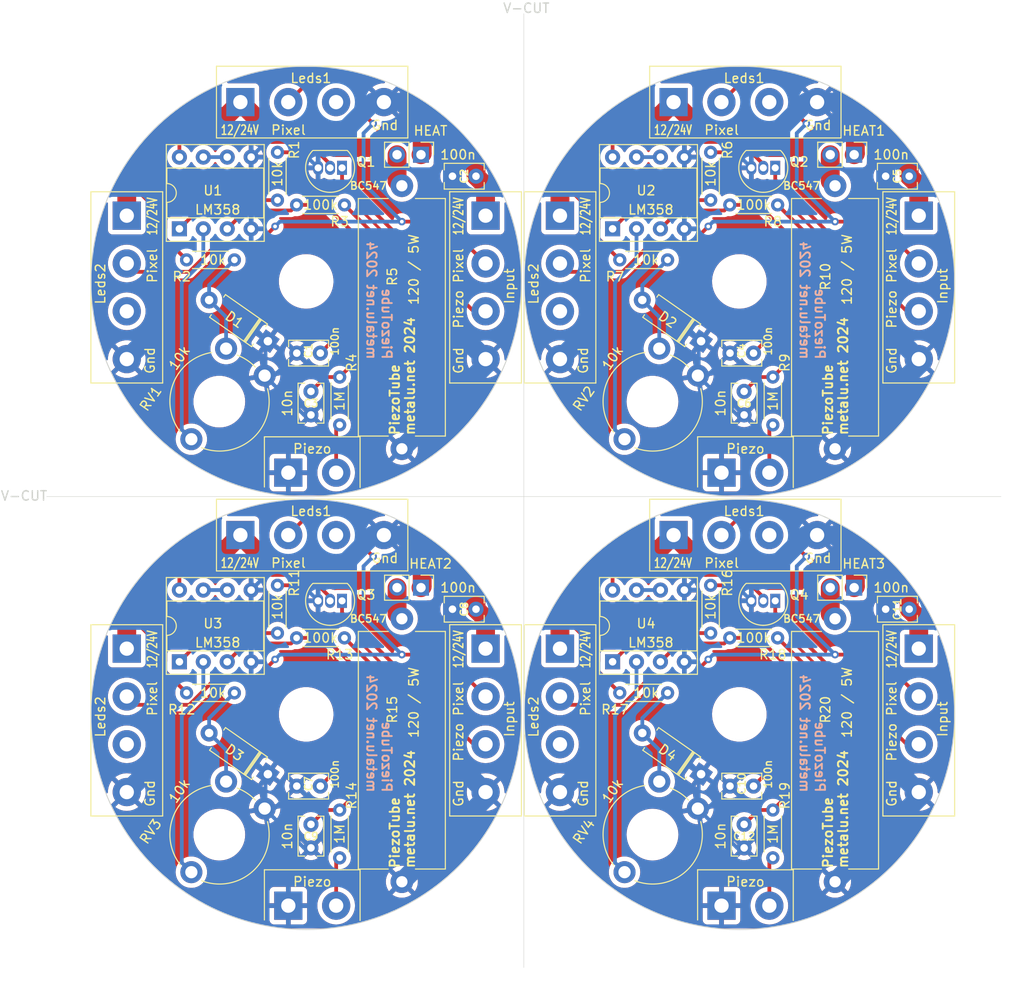
<source format=kicad_pcb>
(kicad_pcb (version 20221018) (generator pcbnew)
  (layers (0 "F.Cu" signal) (31 "B.Cu" signal) (34 "B.Paste" user) (35 "F.Paste" user) (36 "B.SilkS" user "B.Silkscreen") (37 "F.SilkS" user "F.Silkscreen") (38 "B.Mask" user) (39 "F.Mask" user) (44 "Edge.Cuts" user))
  (net 0 "")
  (net 1 "Net-(U1A-+)")
  (net 2 "Net-(J1-Pin_2)")
  (net 3 "+24V")
  (net 4 "GND")
  (net 5 "Net-(D1-A)")
  (net 6 "/pixel")
  (net 7 "/piezo_out")
  (net 10 "Net-(Q1-B)")
  (net 11 "Net-(R1-Pad1)")
  (net 12 "Net-(U1A--)")
  (net 13 "Net-(U1B--)")
  (net 14 "Net-(J5-Pin_2)")
  (net 15 "Net-(C3-Pad1)")
  (footprint "Package_TO_SOT_THT:TO-92_Inline" (layer "F.Cu") (at 123.47 36.195 180)
    (fp_text reference "Q2")
    (fp_text value "BC547")
  )
  (footprint "TerminalBlock:TerminalBlock_bornier-4_P5.08mm" (layer "F.Cu") (at 54.61 41.275 -90)
    (fp_text reference "J4" hide)
    (fp_text value "Leds2")
  )
  (footprint "Resistor_THT:R_Axial_DIN0204_L3.6mm_D1.6mm_P5.08mm_Horizontal" (layer "F.Cu") (at 106.96 45.974)
    (fp_text reference "R7")
    (fp_text value "10k")
  )
  (footprint "TerminalBlock:TerminalBlock_bornier-4_P5.08mm" (layer "F.Cu") (at 100.61 87.275 -90)
    (fp_text reference "J16" hide)
    (fp_text value "Leds2")
  )
  (footprint "Package_DIP:DIP-8_W7.62mm_Socket" (layer "F.Cu") (at 60.198 42.672 90)
    (fp_text reference "U1" hide)
    (fp_text value "LM358")
  )
  (footprint "Package_DIP:DIP-8_W7.62mm_Socket" (layer "F.Cu") (at 106.198 42.672 90)
    (fp_text reference "U2" hide)
    (fp_text value "LM358")
  )
  (footprint "TerminalBlock:TerminalBlock_bornier-4_P5.08mm" (layer "F.Cu") (at 100.61 41.275 -90)
    (fp_text reference "J8" hide)
    (fp_text value "Leds2")
  )
  (footprint "Package_TO_SOT_THT:TO-92_Inline" (layer "F.Cu") (at 77.47 36.195 180)
    (fp_text reference "Q1")
    (fp_text value "BC547")
  )
  (footprint "Resistor_THT:R_Axial_DIN0204_L3.6mm_D1.6mm_P5.08mm_Horizontal" (layer "F.Cu") (at 77.216 58.42 -90)
    (fp_text reference "R4")
    (fp_text value "1M")
  )
  (footprint "Capacitor_THT:C_Rect_L4.0mm_W2.5mm_P2.50mm" (layer "F.Cu") (at 137.694 37.084 180)
    (fp_text reference "C5")
    (fp_text value "100n")
  )
  (footprint "Package_TO_SOT_THT:TO-92_Inline" (layer "F.Cu") (at 77.47 82.195 180)
    (fp_text reference "Q3")
    (fp_text value "BC547")
  )
  (footprint "Capacitor_THT:C_Rect_L4.0mm_W2.5mm_P2.50mm" (layer "F.Cu") (at 120.168 105.944 -90)
    (fp_text reference "C12")
    (fp_text value "10n")
  )
  (footprint "Connector_PinHeader_2.54mm:PinHeader_1x02_P2.54mm_Vertical" (layer "F.Cu") (at 85.852 80.798 -90)
    (fp_text reference "HEAT2")
    (fp_text value "Conn_01x02_Pin" hide)
  )
  (footprint "Resistor_THT:R_Axial_DIN0204_L3.6mm_D1.6mm_P5.08mm_Horizontal" (layer "F.Cu") (at 72.644 86.132)
    (fp_text reference "R13")
    (fp_text value "100k")
  )
  (footprint "Capacitor_THT:C_Rect_L4.0mm_W2.5mm_P2.50mm" (layer "F.Cu") (at 74.168 59.944 -90)
    (fp_text reference "C3")
    (fp_text value "10n")
  )
  (footprint "Capacitor_THT:C_Rect_L4.0mm_W2.5mm_P2.50mm" (layer "F.Cu") (at 75.164 55.88 180)
    (fp_text reference "C1")
    (fp_text value "100n")
  )
  (footprint "Potentiometer_THT:Potentiometer_Piher_PT-10-V10_Vertical" (layer "F.Cu") (at 65.155884 101.398538 -125)
    (fp_text reference "RV3")
    (fp_text value "10k")
  )
  (footprint "TerminalBlock:TerminalBlock_bornier-2_P5.08mm" (layer "F.Cu") (at 71.764666 114.58)
    (fp_text reference "J9" hide)
    (fp_text value "Piezo")
  )
  (footprint "Diode_THT:D_A-405_P7.62mm_Horizontal" (layer "F.Cu") (at 69.596 54.61 145)
    (fp_text reference "D1")
    (fp_text value "D" hide)
  )
  (footprint "Package_DIP:DIP-8_W7.62mm_Socket" (layer "F.Cu") (at 60.198 88.672 90)
    (fp_text reference "U3" hide)
    (fp_text value "LM358")
  )
  (footprint "Connector_PinHeader_2.54mm:PinHeader_1x02_P2.54mm_Vertical" (layer "F.Cu") (at 131.852 80.798 -90)
    (fp_text reference "HEAT3")
    (fp_text value "Conn_01x02_Pin" hide)
  )
  (footprint "TerminalBlock:TerminalBlock_bornier-4_P5.08mm" (layer "F.Cu") (at 138.71 41.275 -90)
    (fp_text reference "J6" hide)
    (fp_text value "Input")
  )
  (footprint "Resistor_THT:R_Axial_DIN0204_L3.6mm_D1.6mm_P5.08mm_Horizontal" (layer "F.Cu") (at 106.96 91.974)
    (fp_text reference "R17")
    (fp_text value "10k")
  )
  (footprint "Capacitor_THT:C_Rect_L4.0mm_W2.5mm_P2.50mm" (layer "F.Cu") (at 121.164 101.88 180)
    (fp_text reference "C10")
    (fp_text value "100n")
  )
  (footprint "MountingHole:MountingHole_5.3mm_M5" (layer "F.Cu") (at 119.66 48.26)
    (fp_text reference "H3" hide)
    (fp_text value "MountingHole" hide)
  )
  (footprint "TerminalBlock:TerminalBlock_bornier-4_P5.08mm" (layer "F.Cu") (at 112.675 29.21)
    (fp_text reference "J7" hide)
    (fp_text value "Leds1")
  )
  (footprint "TerminalBlock:TerminalBlock_bornier-4_P5.08mm" (layer "F.Cu") (at 66.675 29.21)
    (fp_text reference "J3" hide)
    (fp_text value "Leds1")
  )
  (footprint "TerminalBlock:TerminalBlock_bornier-4_P5.08mm" (layer "F.Cu") (at 66.675 75.21)
    (fp_text reference "J11" hide)
    (fp_text value "Leds1")
  )
  (footprint "TerminalBlock:TerminalBlock_bornier-4_P5.08mm" (layer "F.Cu") (at 112.675 75.21)
    (fp_text reference "J15" hide)
    (fp_text value "Leds1")
  )
  (footprint "Capacitor_THT:C_Rect_L4.0mm_W2.5mm_P2.50mm" (layer "F.Cu") (at 137.694 83.084 180)
    (fp_text reference "C11")
    (fp_text value "100n")
  )
  (footprint "Resistor_THT:R_Axial_DIN0204_L3.6mm_D1.6mm_P5.08mm_Horizontal" (layer "F.Cu") (at 70.612 39.624 90)
    (fp_text reference "R1")
    (fp_text value "10k")
  )
  (footprint "Resistor_THT:R_Axial_DIN0204_L3.6mm_D1.6mm_P5.08mm_Horizontal" (layer "F.Cu") (at 116.612 39.624 90)
    (fp_text reference "R6")
    (fp_text value "10k")
  )
  (footprint "Diode_THT:D_A-405_P7.62mm_Horizontal" (layer "F.Cu") (at 69.596 100.61 145)
    (fp_text reference "D3")
    (fp_text value "D" hide)
  )
  (footprint "Potentiometer_THT:Potentiometer_Piher_PT-10-V10_Vertical" (layer "F.Cu") (at 111.155884 101.398538 -125)
    (fp_text reference "RV4")
    (fp_text value "10k")
  )
  (footprint "Resistor_THT:R_Axial_Power_L25.0mm_W9.0mm_P27.94mm" (layer "F.Cu") (at 83.82 66.04 90)
    (fp_text reference "R5")
    (fp_text value "120 / 5W")
  )
  (footprint "Resistor_THT:R_Axial_DIN0204_L3.6mm_D1.6mm_P5.08mm_Horizontal" (layer "F.Cu") (at 72.644 40.132)
    (fp_text reference "R3")
    (fp_text value "100k")
  )
  (footprint "TerminalBlock:TerminalBlock_bornier-4_P5.08mm" (layer "F.Cu") (at 138.71 87.275 -90)
    (fp_text reference "J14" hide)
    (fp_text value "Input")
  )
  (footprint "Resistor_THT:R_Axial_Power_L25.0mm_W9.0mm_P27.94mm" (layer "F.Cu") (at 129.82 112.04 90)
    (fp_text reference "R20")
    (fp_text value "120 / 5W")
  )
  (footprint "Resistor_THT:R_Axial_DIN0204_L3.6mm_D1.6mm_P5.08mm_Horizontal" (layer "F.Cu") (at 123.216 58.42 -90)
    (fp_text reference "R9")
    (fp_text value "1M")
  )
  (footprint "Resistor_THT:R_Axial_DIN0204_L3.6mm_D1.6mm_P5.08mm_Horizontal" (layer "F.Cu") (at 60.96 91.974)
    (fp_text reference "R12")
    (fp_text value "10k")
  )
  (footprint "Connector_PinHeader_2.54mm:PinHeader_1x02_P2.54mm_Vertical" (layer "F.Cu") (at 131.852 34.798 -90)
    (fp_text reference "HEAT1")
    (fp_text value "Conn_01x02_Pin" hide)
  )
  (footprint "Capacitor_THT:C_Rect_L4.0mm_W2.5mm_P2.50mm" (layer "F.Cu") (at 91.694 37.084 180)
    (fp_text reference "C2")
    (fp_text value "100n")
  )
  (footprint "Connector_PinHeader_2.54mm:PinHeader_1x02_P2.54mm_Vertical" (layer "F.Cu") (at 85.852 34.798 -90)
    (fp_text reference "HEAT")
    (fp_text value "Conn_01x02_Pin" hide)
  )
  (footprint "TerminalBlock:TerminalBlock_bornier-2_P5.08mm" (layer "F.Cu") (at 117.764666 68.58)
    (fp_text reference "J5" hide)
    (fp_text value "Piezo")
  )
  (footprint "MountingHole:MountingHole_5.3mm_M5" (layer "F.Cu") (at 73.66 48.26)
    (fp_text reference "H2" hide)
    (fp_text value "MountingHole" hide)
  )
  (footprint "Diode_THT:D_A-405_P7.62mm_Horizontal" (layer "F.Cu") (at 115.596 54.61 145)
    (fp_text reference "D2")
    (fp_text value "D" hide)
  )
  (footprint "Resistor_THT:R_Axial_DIN0204_L3.6mm_D1.6mm_P5.08mm_Horizontal" (layer "F.Cu") (at 77.216 104.42 -90)
    (fp_text reference "R14")
    (fp_text value "1M")
  )
  (footprint "Resistor_THT:R_Axial_DIN0204_L3.6mm_D1.6mm_P5.08mm_Horizontal" (layer "F.Cu") (at 118.644 40.132)
    (fp_text reference "R8")
    (fp_text value "100k")
  )
  (footprint "Potentiometer_THT:Potentiometer_Piher_PT-10-V10_Vertical" (layer "F.Cu") (at 111.155884 55.398538 -125)
    (fp_text reference "RV2")
    (fp_text value "10k")
  )
  (footprint "Package_TO_SOT_THT:TO-92_Inline" (layer "F.Cu") (at 123.47 82.195 180)
    (fp_text reference "Q4")
    (fp_text value "BC547")
  )
  (footprint "TerminalBlock:TerminalBlock_bornier-2_P5.08mm" (layer "F.Cu") (at 71.764666 68.58)
    (fp_text reference "J1" hide)
    (fp_text value "Piezo")
  )
  (footprint "Resistor_THT:R_Axial_DIN0204_L3.6mm_D1.6mm_P5.08mm_Horizontal" (layer "F.Cu") (at 70.612 85.624 90)
    (fp_text reference "R11")
    (fp_text value "10k")
  )
  (footprint "Capacitor_THT:C_Rect_L4.0mm_W2.5mm_P2.50mm" (layer "F.Cu") (at 121.164 55.88 180)
    (fp_text reference "C4")
    (fp_text value "100n")
  )
  (footprint "Package_DIP:DIP-8_W7.62mm_Socket" (layer "F.Cu") (at 106.198 88.672 90)
    (fp_text reference "U4" hide)
    (fp_text value "LM358")
  )
  (footprint "Resistor_THT:R_Axial_DIN0204_L3.6mm_D1.6mm_P5.08mm_Horizontal" (layer "F.Cu") (at 60.96 45.974)
    (fp_text reference "R2")
    (fp_text value "10k")
  )
  (footprint "Potentiometer_THT:Potentiometer_Piher_PT-10-V10_Vertical" (layer "F.Cu") (at 65.155884 55.398538 -125)
    (fp_text reference "RV1")
    (fp_text value "10k")
  )
  (footprint "Diode_THT:D_A-405_P7.62mm_Horizontal" (layer "F.Cu") (at 115.596 100.61 145)
    (fp_text reference "D4")
    (fp_text value "D" hide)
  )
  (footprint "Capacitor_THT:C_Rect_L4.0mm_W2.5mm_P2.50mm" (layer "F.Cu") (at 120.168 59.944 -90)
    (fp_text reference "C6")
    (fp_text value "10n")
  )
  (footprint "MountingHole:MountingHole_5.3mm_M5" (layer "F.Cu") (at 73.66 94.26)
    (fp_text reference "H4" hide)
    (fp_text value "MountingHole" hide)
  )
  (footprint "Capacitor_THT:C_Rect_L4.0mm_W2.5mm_P2.50mm" (layer "F.Cu") (at 74.168 105.944 -90)
    (fp_text reference "C9")
    (fp_text value "10n")
  )
  (footprint "Resistor_THT:R_Axial_Power_L25.0mm_W9.0mm_P27.94mm" (layer "F.Cu") (at 83.82 112.04 90)
    (fp_text reference "R15")
    (fp_text value "120 / 5W")
  )
  (footprint "Resistor_THT:R_Axial_Power_L25.0mm_W9.0mm_P27.94mm" (layer "F.Cu") (at 129.82 66.04 90)
    (fp_text reference "R10")
    (fp_text value "120 / 5W")
  )
  (footprint "Resistor_THT:R_Axial_DIN0204_L3.6mm_D1.6mm_P5.08mm_Horizontal" (layer "F.Cu") (at 116.612 85.624 90)
    (fp_text reference "R16")
    (fp_text value "10k")
  )
  (footprint "Resistor_THT:R_Axial_DIN0204_L3.6mm_D1.6mm_P5.08mm_Horizontal" (layer "F.Cu") (at 123.216 104.42 -90)
    (fp_text reference "R19")
    (fp_text value "1M")
  )
  (footprint "Capacitor_THT:C_Rect_L4.0mm_W2.5mm_P2.50mm" (layer "F.Cu") (at 91.694 83.084 180)
    (fp_text reference "C8")
    (fp_text value "100n")
  )
  (footprint "MountingHole:MountingHole_5.3mm_M5" (layer "F.Cu") (at 119.66 94.26)
    (fp_text reference "H5" hide)
    (fp_text value "MountingHole" hide)
  )
  (footprint "Capacitor_THT:C_Rect_L4.0mm_W2.5mm_P2.50mm" (layer "F.Cu") (at 75.164 101.88 180)
    (fp_text reference "C7")
    (fp_text value "100n")
  )
  (footprint "TerminalBlock:TerminalBlock_bornier-4_P5.08mm" (layer "F.Cu") (at 92.71 87.275 -90)
    (fp_text reference "J10" hide)
    (fp_text value "Input")
  )
  (footprint "Resistor_THT:R_Axial_DIN0204_L3.6mm_D1.6mm_P5.08mm_Horizontal" (layer "F.Cu") (at 118.644 86.132)
    (fp_text reference "R18")
    (fp_text value "100k")
  )
  (footprint "TerminalBlock:TerminalBlock_bornier-4_P5.08mm" (layer "F.Cu") (at 54.61 87.275 -90)
    (fp_text reference "J12" hide)
    (fp_text value "Leds2")
  )
  (footprint "TerminalBlock:TerminalBlock_bornier-4_P5.08mm" (layer "F.Cu") (at 92.71 41.275 -90)
    (fp_text reference "J2" hide)
    (fp_text value "Input")
  )
  (footprint "TerminalBlock:TerminalBlock_bornier-2_P5.08mm" (layer "F.Cu") (at 117.764666 114.58)
    (fp_text reference "J13" hide)
    (fp_text value "Piezo")
  )
  (gr_circle (center 73.66 94.26) (end 96.52 94.26) (stroke (width 0.1)) (fill none) (layer "Edge.Cuts"))
  (gr_circle (center 119.66 94.26) (end 142.52 94.26) (stroke (width 0.1)) (fill none) (layer "Edge.Cuts"))
  (gr_line (start 147.447 71.12) (end 46.101 71.12) (stroke (width 0.05)) (layer "Edge.Cuts"))
  (gr_circle (center 119.66 48.26) (end 142.52 48.26) (stroke (width 0.1)) (fill none) (layer "Edge.Cuts"))
  (gr_circle (center 73.66 48.26) (end 96.52 48.26) (stroke (width 0.1)) (fill none) (layer "Edge.Cuts"))
  (gr_line (start 96.774 19.812) (end 96.774 121.158) (stroke (width 0.05)) (layer "Edge.Cuts"))
  (gr_text "PiezoTube\nmetalu.net 2024" (at 80.01 102.642 -90) (layer "B.SilkS") (effects (font (size 1 1) (thickness 0.2) bold) (justify left bottom mirror)))
  (gr_text "PiezoTube\nmetalu.net 2024" (at 126.01 102.642 -90) (layer "B.SilkS") (effects (font (size 1 1) (thickness 0.2) bold) (justify left bottom mirror)))
  (gr_text "PiezoTube\nmetalu.net 2024" (at 80.01 56.642 -90) (layer "B.SilkS") (effects (font (size 1 1) (thickness 0.2) bold) (justify left bottom mirror)))
  (gr_text "PiezoTube\nmetalu.net 2024" (at 126.01 56.642 -90) (layer "B.SilkS") (effects (font (size 1 1) (thickness 0.2) bold) (justify left bottom mirror)))
  (gr_text "Gnd" (at 90.424 104.166 90) (layer "F.SilkS") (effects (font (size 1 1)) (justify left bottom)))
  (gr_text "PiezoTube\nmetalu.net 2024" (at 131.26 64.69 90) (layer "F.SilkS") (effects (font (size 1 1) (thickness 0.2) bold) (justify left bottom)))
  (gr_text "Pixel" (at 115.85 32.766) (layer "F.SilkS") (effects (font (size 1 1)) (justify left bottom)))
  (gr_text "Piezo" (at 136.424 99.34 90) (layer "F.SilkS") (effects (font (size 1 1)) (justify left bottom)))
  (gr_text "PiezoTube\nmetalu.net 2024" (at 85.26 64.69 90) (layer "F.SilkS") (effects (font (size 1 1) (thickness 0.2) bold) (justify left bottom)))
  (gr_text "Piezo" (at 90.424 53.34 90) (layer "F.SilkS") (effects (font (size 1 1)) (justify left bottom)))
  (gr_text "Pixel" (at 90.424 94.514 90) (layer "F.SilkS") (effects (font (size 1 1)) (justify left bottom)))
  (gr_text "12/24V" (at 110.516 32.766) (layer "F.SilkS") (effects (font (size 1 0.7)) (justify left bottom)))
  (gr_text "Gnd" (at 136.424 104.166 90) (layer "F.SilkS") (effects (font (size 1 1)) (justify left bottom)))
  (gr_text "Gnd" (at 126.518 78.258) (layer "F.SilkS") (effects (font (size 1 1)) (justify left bottom)))
  (gr_text "12/24V" (at 90.424 43.434 90) (layer "F.SilkS") (effects (font (size 1 0.7)) (justify left bottom)))
  (gr_text "12/24V" (at 64.516 78.766) (layer "F.SilkS") (effects (font (size 1 0.7)) (justify left bottom)))
  (gr_text "Pixel" (at 90.424 48.514 90) (layer "F.SilkS") (effects (font (size 1 1)) (justify left bottom)))
  (gr_text "Gnd" (at 136.424 58.166 90) (layer "F.SilkS") (effects (font (size 1 1)) (justify left bottom)))
  (gr_text "Gnd" (at 80.518 32.258) (layer "F.SilkS") (effects (font (size 1 1)) (justify left bottom)))
  (gr_text "Piezo" (at 136.424 53.34 90) (layer "F.SilkS") (effects (font (size 1 1)) (justify left bottom)))
  (gr_text "12/24V" (at 103.912 89.434 90) (layer "F.SilkS") (effects (font (size 1 0.7)) (justify left bottom)))
  (gr_text "12/24V" (at 64.516 32.766) (layer "F.SilkS") (effects (font (size 1 0.7)) (justify left bottom)))
  (gr_text "Pixel" (at 103.912 94.514 90) (layer "F.SilkS") (effects (font (size 1 1)) (justify left bottom)))
  (gr_text "Gnd" (at 57.658 104.166 90) (layer "F.SilkS") (effects (font (size 1 1)) (justify left bottom)))
  (gr_text "Gnd" (at 103.658 104.166 90) (layer "F.SilkS") (effects (font (size 1 1)) (justify left bottom)))
  (gr_text "Pixel" (at 69.85 32.766) (layer "F.SilkS") (effects (font (size 1 1)) (justify left bottom)))
  (gr_text "Pixel" (at 136.424 48.514 90) (layer "F.SilkS") (effects (font (size 1 1)) (justify left bottom)))
  (gr_text "Pixel" (at 69.85 78.766) (layer "F.SilkS") (effects (font (size 1 1)) (justify left bottom)))
  (gr_text "12/24V" (at 103.912 43.434 90) (layer "F.SilkS") (effects (font (size 1 0.7)) (justify left bottom)))
  (gr_text "12/24V" (at 90.424 89.434 90) (layer "F.SilkS") (effects (font (size 1 0.7)) (justify left bottom)))
  (gr_text "Pixel" (at 57.912 94.514 90) (layer "F.SilkS") (effects (font (size 1 1)) (justify left bottom)))
  (gr_text "PiezoTube\nmetalu.net 2024" (at 85.26 110.69 90) (layer "F.SilkS") (effects (font (size 1 1) (thickness 0.2) bold) (justify left bottom)))
  (gr_text "PiezoTube\nmetalu.net 2024" (at 131.26 110.69 90) (layer "F.SilkS") (effects (font (size 1 1) (thickness 0.2) bold) (justify left bottom)))
  (gr_text "12/24V" (at 136.424 89.434 90) (layer "F.SilkS") (effects (font (size 1 0.7)) (justify left bottom)))
  (gr_text "12/24V" (at 136.424 43.434 90) (layer "F.SilkS") (effects (font (size 1 0.7)) (justify left bottom)))
  (gr_text "Pixel" (at 115.85 78.766) (layer "F.SilkS") (effects (font (size 1 1)) (justify left bottom)))
  (gr_text "Gnd" (at 103.658 58.166 90) (layer "F.SilkS") (effects (font (size 1 1)) (justify left bottom)))
  (gr_text "Gnd" (at 80.518 78.258) (layer "F.SilkS") (effects (font (size 1 1)) (justify left bottom)))
  (gr_text "Pixel" (at 103.912 48.514 90) (layer "F.SilkS") (effects (font (size 1 1)) (justify left bottom)))
  (gr_text "12/24V" (at 110.516 78.766) (layer "F.SilkS") (effects (font (size 1 0.7)) (justify left bottom)))
  (gr_text "Pixel" (at 57.912 48.514 90) (layer "F.SilkS") (effects (font (size 1 1)) (justify left bottom)))
  (gr_text "Pixel" (at 136.424 94.514 90) (layer "F.SilkS") (effects (font (size 1 1)) (justify left bottom)))
  (gr_text "12/24V" (at 57.912 43.434 90) (layer "F.SilkS") (effects (font (size 1 0.7)) (justify left bottom)))
  (gr_text "Gnd" (at 126.518 32.258) (layer "F.SilkS") (effects (font (size 1 1)) (justify left bottom)))
  (gr_text "12/24V" (at 57.912 89.434 90) (layer "F.SilkS") (effects (font (size 1 0.7)) (justify left bottom)))
  (gr_text "Gnd" (at 90.424 58.166 90) (layer "F.SilkS") (effects (font (size 1 1)) (justify left bottom)))
  (gr_text "Gnd" (at 57.658 58.166 90) (layer "F.SilkS") (effects (font (size 1 1)) (justify left bottom)))
  (gr_text "Piezo" (at 90.424 99.34 90) (layer "F.SilkS") (effects (font (size 1 1)) (justify left bottom)))
  (gr_text "V-CUT" (at 94.488 19.812) (layer "Edge.Cuts") (effects (font (size 1 1)) (justify left bottom)))
  (gr_text "V-CUT" (at 41.148 71.628) (layer "Edge.Cuts") (effects (font (size 1 1)) (justify left bottom)))
  (segment (start 75.692 40.132) (end 72.644 40.132) (width 0.4) (layer "F.Cu") (net 1))
  (segment (start 111.278 42.672) (end 113.226 40.724) (width 0.4) (layer "F.Cu") (net 1))
  (segment (start 126.264 96.78) (end 126.264 90.704) (width 0.4) (layer "F.Cu") (net 1))
  (segment (start 72.052 40.724) (end 72.644 40.132) (width 0.4) (layer "F.Cu") (net 1))
  (segment (start 75.164 55.88) (end 75.164 55.86) (width 0.4) (layer "F.Cu") (net 1))
  (segment (start 75.164 101.88) (end 80.264 96.78) (width 0.4) (layer "F.Cu") (net 1))
  (segment (start 75.692 86.132) (end 72.644 86.132) (width 0.4) (layer "F.Cu") (net 1))
  (segment (start 67.226 40.724) (end 72.052 40.724) (width 0.4) (layer "F.Cu") (net 1))
  (segment (start 126.264 90.704) (end 121.692 86.132) (width 0.4) (layer "F.Cu") (net 1))
  (segment (start 80.264 50.78) (end 80.264 44.704) (width 0.4) (layer "F.Cu") (net 1))
  (segment (start 67.226 86.724) (end 72.052 86.724) (width 0.4) (layer "F.Cu") (net 1))
  (segment (start 75.164 101.88) (end 75.164 101.86) (width 0.4) (layer "F.Cu") (net 1))
  (segment (start 80.264 90.704) (end 75.692 86.132) (width 0.4) (layer "F.Cu") (net 1))
  (segment (start 113.226 40.724) (end 118.052 40.724) (width 0.4) (layer "F.Cu") (net 1))
  (segment (start 65.278 88.672) (end 67.226 86.724) (width 0.4) (layer "F.Cu") (net 1))
  (segment (start 75.164 55.88) (end 80.264 50.78) (width 0.4) (layer "F.Cu") (net 1))
  (segment (start 121.164 101.88) (end 126.264 96.78) (width 0.4) (layer "F.Cu") (net 1))
  (segment (start 80.264 96.78) (end 80.264 90.704) (width 0.4) (layer "F.Cu") (net 1))
  (segment (start 118.052 40.724) (end 118.644 40.132) (width 0.4) (layer "F.Cu") (net 1))
  (segment (start 121.164 55.88) (end 121.164 55.86) (width 0.4) (layer "F.Cu") (net 1))
  (segment (start 113.226 86.724) (end 118.052 86.724) (width 0.4) (layer "F.Cu") (net 1))
  (segment (start 121.164 101.88) (end 121.164 101.86) (width 0.4) (layer "F.Cu") (net 1))
  (segment (start 118.052 86.724) (end 118.644 86.132) (width 0.4) (layer "F.Cu") (net 1))
  (segment (start 80.264 44.704) (end 75.692 40.132) (width 0.4) (layer "F.Cu") (net 1))
  (segment (start 111.278 88.672) (end 113.226 86.724) (width 0.4) (layer "F.Cu") (net 1))
  (segment (start 65.278 42.672) (end 67.226 40.724) (width 0.4) (layer "F.Cu") (net 1))
  (segment (start 126.264 50.78) (end 126.264 44.704) (width 0.4) (layer "F.Cu") (net 1))
  (segment (start 72.052 86.724) (end 72.644 86.132) (width 0.4) (layer "F.Cu") (net 1))
  (segment (start 121.692 86.132) (end 118.644 86.132) (width 0.4) (layer "F.Cu") (net 1))
  (segment (start 121.692 40.132) (end 118.644 40.132) (width 0.4) (layer "F.Cu") (net 1))
  (segment (start 126.264 44.704) (end 121.692 40.132) (width 0.4) (layer "F.Cu") (net 1))
  (segment (start 121.164 55.88) (end 126.264 50.78) (width 0.4) (layer "F.Cu") (net 1))
  (segment (start 76.844666 109.871334) (end 77.216 109.5) (width 0.4) (layer "F.Cu") (net 2))
  (segment (start 122.844666 109.871334) (end 123.216 109.5) (width 0.4) (layer "F.Cu") (net 2))
  (segment (start 76.844666 68.58) (end 76.844666 63.871334) (width 0.4) (layer "F.Cu") (net 2))
  (segment (start 122.844666 68.58) (end 122.844666 63.871334) (width 0.4) (layer "F.Cu") (net 2))
  (segment (start 76.844666 114.58) (end 76.844666 109.871334) (width 0.4) (layer "F.Cu") (net 2))
  (segment (start 122.844666 63.871334) (end 123.216 63.5) (width 0.4) (layer "F.Cu") (net 2))
  (segment (start 122.844666 114.58) (end 122.844666 109.871334) (width 0.4) (layer "F.Cu") (net 2))
  (segment (start 76.844666 63.871334) (end 77.216 63.5) (width 0.4) (layer "F.Cu") (net 2))
  (segment (start 82.423 78.385) (end 80.772 80.036) (width 2) (layer "F.Cu") (net 3))
  (segment (start 56.8325 85.6875) (end 56.8325 87.8465) (width 0.4) (layer "F.Cu") (net 3))
  (segment (start 61.468 30.734) (end 61.468 31.496) (width 0.4) (layer "F.Cu") (net 3))
  (segment (start 107.468 77.496) (end 106.198 78.766) (width 0.4) (layer "F.Cu") (net 3))
  (segment (start 54.864 37.111803) (end 54.906695 37.041305) (width 2) (layer "F.Cu") (net 3))
  (segment (start 100.864 38.1) (end 100.61 38.354) (width 2) (layer "F.Cu") (net 3))
  (segment (start 122.720899 80.036) (end 121.328899 78.644) (width 2) (layer "F.Cu") (net 3))
  (segment (start 54.906695 37.041305) (end 61.214 30.734) (width 2) (layer "F.Cu") (net 3))
  (segment (start 107.214 76.734) (end 107.468 76.734) (width 2) (layer "F.Cu") (net 3))
  (segment (start 61.468 30.734) (end 65.151 30.734) (width 2) (layer "F.Cu") (net 3))
  (segment (start 102.8325 85.6875) (end 102.8325 87.8465) (width 0.4) (layer "F.Cu") (net 3))
  (segment (start 138.71 38.1) (end 138.71 41.275) (width 2) (layer "F.Cu") (net 3))
  (segment (start 61.214 30.734) (end 61.468 30.734) (width 2) (layer "F.Cu") (net 3))
  (segment (start 80.772 34.036) (end 76.720899 34.036) (width 2) (layer "F.Cu") (net 3))
  (segment (start 131.979 78.385) (end 131.979 80.671) (width 2) (layer "F.Cu") (net 3))
  (segment (start 70.109 78.644) (end 66.675 75.21) (width 2) (layer "F.Cu") (net 3))
  (segment (start 100.864 38.1) (end 100.864 37.111803) (width 2) (layer "F.Cu") (net 3))
  (segment (start 76.720899 34.036) (end 75.328899 32.644) (width 2) (layer "F.Cu") (net 3))
  (segment (start 102.8325 87.8465) (end 106.96 91.974) (width 0.4) (layer "F.Cu") (net 3))
  (segment (start 88.011 32.385) (end 85.979 32.385) (width 2) (layer "F.Cu") (net 3))
  (segment (start 75.328899 78.644) (end 70.109 78.644) (width 2) (layer "F.Cu") (net 3))
  (segment (start 91.694 82.068) (end 88.011 78.385) (width 2) (layer "F.Cu") (net 3))
  (segment (start 92.71 38.1) (end 92.71 41.275) (width 2) (layer "F.Cu") (net 3))
  (segment (start 54.906695 83.041305) (end 61.214 76.734) (width 2) (layer "F.Cu") (net 3))
  (segment (start 56.8325 87.8465) (end 60.96 91.974) (width 0.4) (layer "F.Cu") (net 3))
  (segment (start 54.864 84.1) (end 55.245 84.1) (width 0.4) (layer "F.Cu") (net 3))
  (segment (start 85.979 78.385) (end 85.979 80.671) (width 2) (layer "F.Cu") (net 3))
  (segment (start 65.151 76.734) (end 66.675 75.21) (width 2) (layer "F.Cu") (net 3))
  (segment (start 92.71 84.1) (end 92.71 87.275) (width 2) (layer "F.Cu") (net 3))
  (segment (start 107.468 76.734) (end 107.468 77.496) (width 0.4) (layer "F.Cu") (net 3))
  (segment (start 85.979 32.385) (end 82.423 32.385) (width 2) (layer "F.Cu") (net 3))
  (segment (start 61.214 76.734) (end 61.468 76.734) (width 2) (layer "F.Cu") (net 3))
  (segment (start 54.864 38.1) (end 54.61 38.354) (width 2) (layer "F.Cu") (net 3))
  (segment (start 121.328899 78.644) (end 116.109 78.644) (width 2) (layer "F.Cu") (net 3))
  (segment (start 85.979 78.385) (end 82.423 78.385) (width 2) (layer "F.Cu") (net 3))
  (segment (start 54.864 84.1) (end 54.61 84.354) (width 2) (layer "F.Cu") (net 3))
  (segment (start 131.979 34.671) (end 131.852 34.798) (width 2) (layer "F.Cu") (net 3))
  (segment (start 134.011 78.385) (end 131.979 78.385) (width 2) (layer "F.Cu") (net 3))
  (segment (start 54.61 38.354) (end 54.61 41.275) (width 2) (layer "F.Cu") (net 3))
  (segment (start 131.979 32.385) (end 131.979 34.671) (width 2) (layer "F.Cu") (net 3))
  (segment (start 107.468 30.734) (end 111.151 30.734) (width 2) (layer "F.Cu") (net 3))
  (segment (start 101.245 38.1) (end 102.8325 39.6875) (width 0.4) (layer "F.Cu") (net 3))
  (segment (start 85.979 34.671) (end 85.852 34.798) (width 2) (layer "F.Cu") (net 3))
  (segment (start 100.906695 83.041305) (end 107.214 76.734) (width 2) (layer "F.Cu") (net 3))
  (segment (start 61.468 76.734) (end 65.151 76.734) (width 2) (layer "F.Cu") (net 3))
  (segment (start 91.694 37.084) (end 92.71 38.1) (width 2) (layer "F.Cu") (net 3))
  (segment (start 137.694 37.084) (end 138.71 38.1) (width 2) (layer "F.Cu") (net 3))
  (segment (start 60.198 78.766) (end 60.198 81.052) (width 0.4) (layer "F.Cu") (net 3))
  (segment (start 126.772 34.036) (end 122.720899 34.036) (width 2) (layer "F.Cu") (net 3))
  (segment (start 80.772 80.036) (end 76.720899 80.036) (width 2) (layer "F.Cu") (net 3))
  (segment (start 70.109 32.644) (end 66.675 29.21) (width 2) (layer "F.Cu") (net 3))
  (segment (start 116.109 32.644) (end 112.675 29.21) (width 2) (layer "F.Cu") (net 3))
  (segment (start 56.8325 39.6875) (end 56.8325 41.8465) (width 0.4) (layer "F.Cu") (net 3))
  (segment (start 100.864 84.1) (end 100.864 83.111803) (width 2) (layer "F.Cu") (net 3))
  (segment (start 107.468 31.496) (end 106.198 32.766) (width 0.4) (layer "F.Cu") (net 3))
  (segment (start 54.864 83.111803) (end 54.906695 83.041305) (width 2) (layer "F.Cu") (net 3))
  (segment (start 85.979 80.671) (end 85.852 80.798) (width 2) (layer "F.Cu") (net 3))
  (segment (start 100.864 84.1) (end 100.61 84.354) (width 2) (layer "F.Cu") (net 3))
  (segment (start 88.011 78.385) (end 85.979 78.385) (width 2) (layer "F.Cu") (net 3))
  (segment (start 100.864 37.111803) (end 100.906695 37.041305) (width 2) (layer "F.Cu") (net 3))
  (segment (start 54.864 84.1) (end 54.864 83.111803) (width 2) (layer "F.Cu") (net 3))
  (segment (start 106.198 32.766) (end 106.198 35.052) (width 0.4) (layer "F.Cu") (net 3))
  (segment (start 100.906695 37.041305) (end 107.214 30.734) (width 2) (layer "F.Cu") (net 3))
  (segment (start 126.772 80.036) (end 122.720899 80.036) (width 2) (layer "F.Cu") (net 3))
  (segment (start 137.694 36.068) (end 134.011 32.385) (width 2) (layer "F.Cu") (net 3))
  (segment (start 102.8325 39.6875) (end 102.8325 41.8465) (width 0.4) (layer "F.Cu") (net 3))
  (segment (start 137.694 83.084) (end 137.694 82.068) (width 2) (layer "F.Cu") (net 3))
  (segment (start 75.328899 32.644) (end 70.109 32.644) (width 2) (layer "F.Cu") (net 3))
  (segment (start 100.864 38.1) (end 101.245 38.1) (width 0.4) (layer "F.Cu") (net 3))
  (segment (start 85.979 32.385) (end 85.979 34.671) (width 2) (layer "F.Cu") (net 3))
  (segment (start 121.328899 32.644) (end 116.109 32.644) (width 2) (layer "F.Cu") (net 3))
  (segment (start 100.61 38.354) (end 100.61 41.275) (width 2) (layer "F.Cu") (net 3))
  (segment (start 61.468 31.496) (end 60.198 32.766) (width 0.4) (layer "F.Cu") (net 3))
  (segment (start 82.423 32.385) (end 80.772 34.036) (width 2) (layer "F.Cu") (net 3))
  (segment (start 128.423 78.385) (end 126.772 80.036) (width 2) (layer "F.Cu") (net 3))
  (segment (start 56.8325 41.8465) (end 60.96 45.974) (width 0.4) (layer "F.Cu") (net 3))
  (segment (start 91.694 36.068) (end 88.011 32.385) (width 2) (layer "F.Cu") (net 3))
  (segment (start 111.151 76.734) (end 112.675 75.21) (width 2) (layer "F.Cu") (net 3))
  (segment (start 91.694 37.084) (end 91.694 36.068) (width 2) (layer "F.Cu") (net 3))
  (segment (start 137.694 37.084) (end 137.694 36.068) (width 2) (layer "F.Cu") (net 3))
  (segment (start 60.198 32.766) (end 60.198 35.052) (width 0.4) (layer "F.Cu") (net 3))
  (segment (start 137.694 82.068) (end 134.011 78.385) (width 2) (layer "F.Cu") (net 3))
  (segment (start 101.245 84.1) (end 102.8325 85.6875) (width 0.4) (layer "F.Cu") (net 3))
  (segment (start 102.8325 41.8465) (end 106.96 45.974) (width 0.4) (layer "F.Cu") (net 3))
  (segment (start 61.468 77.496) (end 60.198 78.766) (width 0.4) (layer "F.Cu") (net 3))
  (segment (start 91.694 83.084) (end 92.71 84.1) (width 2) (layer "F.Cu") (net 3))
  (segment (start 54.864 38.1) (end 54.864 37.111803) (width 2) (layer "F.Cu") (net 3))
  (segment (start 107.214 30.734) (end 107.468 30.734) (width 2) (layer "F.Cu") (net 3))
  (segment (start 131.979 32.385) (end 128.423 32.385) (width 2) (layer "F.Cu") (net 3))
  (segment (start 134.011 32.385) (end 131.979 32.385) (width 2) (layer "F.Cu") (net 3))
  (segment (start 100.864 84.1) (end 101.245 84.1) (width 0.4) (layer "F.Cu") (net 3))
  (segment (start 131.979 80.671) (end 131.852 80.798) (width 2) (layer "F.Cu") (net 3))
  (segment (start 106.198 78.766) (end 106.198 81.052) (width 0.4) (layer "F.Cu") (net 3))
  (segment (start 107.468 30.734) (end 107.468 31.496) (width 0.4) (layer "F.Cu") (net 3))
  (segment (start 128.423 32.385) (end 126.772 34.036) (width 2) (layer "F.Cu") (net 3))
  (segment (start 137.694 83.084) (end 138.71 84.1) (width 2) (layer "F.Cu") (net 3))
  (segment (start 54.864 38.1) (end 55.245 38.1) (width 0.4) (layer "F.Cu") (net 3))
  (segment (start 100.864 83.111803) (end 100.906695 83.041305) (width 2) (layer "F.Cu") (net 3))
  (segment (start 91.694 83.084) (end 91.694 82.068) (width 2) (layer "F.Cu") (net 3))
  (segment (start 107.468 76.734) (end 111.151 76.734) (width 2) (layer "F.Cu") (net 3))
  (segment (start 138.71 84.1) (end 138.71 87.275) (width 2) (layer "F.Cu") (net 3))
  (segment (start 131.979 78.385) (end 128.423 78.385) (width 2) (layer "F.Cu") (net 3))
  (segment (start 76.720899 80.036) (end 75.328899 78.644) (width 2) (layer "F.Cu") (net 3))
  (segment (start 55.245 38.1) (end 56.8325 39.6875) (width 0.4) (layer "F.Cu") (net 3))
  (segment (start 54.61 84.354) (end 54.61 87.275) (width 2) (layer "F.Cu") (net 3))
  (segment (start 61.468 76.734) (end 61.468 77.496) (width 0.4) (layer "F.Cu") (net 3))
  (segment (start 122.720899 34.036) (end 121.328899 32.644) (width 2) (layer "F.Cu") (net 3))
  (segment (start 100.61 84.354) (end 100.61 87.275) (width 2) (layer "F.Cu") (net 3))
  (segment (start 65.151 30.734) (end 66.675 29.21) (width 2) (layer "F.Cu") (net 3))
  (segment (start 55.245 84.1) (end 56.8325 85.6875) (width 0.4) (layer "F.Cu") (net 3))
  (segment (start 116.109 78.644) (end 112.675 75.21) (width 2) (layer "F.Cu") (net 3))
  (segment (start 111.151 30.734) (end 112.675 29.21) (width 2) (layer "F.Cu") (net 3))
  (segment (start 103.658 34.29) (end 103.658 53.467) (width 2) (layer "B.Cu") (net 4))
  (segment (start 67.818 81.052) (end 70.8025 78.0675) (width 0.4) (layer "B.Cu") (net 4))
  (segment (start 77.47 78.512) (end 80.772 75.21) (width 2) (layer "B.Cu") (net 4))
  (segment (start 69.342 100.864) (end 69.342 104.176064) (width 0.4) (layer "B.Cu") (net 4))
  (segment (start 115.251644 104.26642) (end 115.596 104.610776) (width 0.4) (layer "B.Cu") (net 4))
  (segment (start 103.658 80.29) (end 103.658 99.467) (width 2) (layer "B.Cu") (net 4))
  (segment (start 116.8025 32.0675) (end 120.93 36.195) (width 0.4) (layer "B.Cu") (net 4))
  (segment (start 119.627 32.512) (end 123.47 32.512) (width 2) (layer "B.Cu") (net 4))
  (segment (start 71.764666 110.847334) (end 74.168 108.444) (width 0.4) (layer "B.Cu") (net 4))
  (segment (start 118.664 55.88) (end 116.27758 58.26642) (width 0.4) (layer "B.Cu") (net 4))
  (segment (start 70.27758 58.26642) (end 69.251644 58.26642) (width 0.4) (layer "B.Cu") (net 4))
  (segment (start 73.627 78.512) (end 77.47 78.512) (width 2) (layer "B.Cu") (net 4))
  (segment (start 69.251644 58.26642) (end 73.429224 62.444) (width 0.4) (layer "B.Cu") (net 4))
  (segment (start 89.194 80.584) (end 89.194 98.999) (width 2) (layer "B.Cu") (net 4))
  (segment (start 138.71 56.515) (end 138.71 57.15) (width 2) (layer "B.Cu") (net 4))
  (segment (start 67.564 93.371) (end 67.564 98.578) (width 0.4) (layer "B.Cu") (net 4))
  (segment (start 123.47 78.512) (end 126.772 75.21) (width 2) (layer "B.Cu") (net 4))
  (segment (start 119.373 78.258) (end 105.69 78.258) (width 2) (layer "B.Cu") (net 4))
  (segment (start 103.658 99.467) (end 100.61 102.515) (width 2) (layer "B.Cu") (net 4))
  (segment (start 135.194 52.999) (end 138.71 56.515) (width 2) (layer "B.Cu") (net 4))
  (segment (start 89.194 52.999) (end 92.71 56.515) (width 2) (layer "B.Cu") (net 4))
  (segment (start 69.342 104.176064) (end 69.251644 104.26642) (width 0.4) (layer "B.Cu") (net 4))
  (segment (start 67.818 42.672) (end 67.818 47.117) (width 0.4) (layer "B.Cu") (net 4))
  (segment (start 73.373 32.258) (end 59.69 32.258) (width 2) (layer "B.Cu") (net 4))
  (segment (start 113.818 88.672) (end 113.818 81.052) (width 0.4) (layer "B.Cu") (net 4))
  (segment (start 115.251644 58.26642) (end 115.596 58.610776) (width 0.4) (layer "B.Cu") (net 4))
  (segment (start 116.358 32.512) (end 113.818 35.052) (width 0.4) (layer "B.Cu") (net 4))
  (segment (start 113.564 52.578) (end 115.596 54.61) (width 0.4) (layer "B.Cu") (net 4))
  (segment (start 67.564 47.371) (end 67.564 52.578) (width 0.4) (layer "B.Cu") (net 4))
  (segment (start 115.342 100.864) (end 115.342 104.176064) (width 0.4) (layer "B.Cu") (net 4))
  (segment (start 83.82 29.21) (end 89.194 34.584) (width 2) (layer "B.Cu") (net 4))
  (segment (start 117.764666 68.58) (end 117.764666 64.847334) (width 0.4) (layer "B.Cu") (net 4))
  (segment (start 69.596 100.61) (end 69.342 100.864) (width 0.4) (layer "B.Cu") (net 4))
  (segment (start 105.69 78.258) (end 103.658 80.29) (width 2) (layer "B.Cu") (net 4))
  (segment (start 67.818 47.117) (end 67.564 47.371) (width 0.4) (layer "B.Cu") (net 4))
  (segment (start 135.194 80.584) (end 135.194 98.999) (width 2) (layer "B.Cu") (net 4))
  (segment (start 115.251644 58.26642) (end 119.429224 62.444) (width 0.4) (layer "B.Cu") (net 4))
  (segment (start 126.772 29.21) (end 127.915 29.21) (width 2) (layer "B.Cu") (net 4))
  (segment (start 57.658 53.467) (end 54.61 56.515) (width 2) (layer "B.Cu") (net 4))
  (segment (start 59.69 32.258) (end 57.658 34.29) (width 2) (layer "B.Cu") (net 4))
  (segment (start 103.658 53.467) (end 100.61 56.515) (width 2) (layer "B.Cu") (net 4))
  (segment (start 92.71 57.15) (end 83.82 66.04) (width 2) (layer "B.Cu") (net 4))
  (segment (start 117.764666 64.847334) (end 120.168 62.444) (width 0.4) (layer "B.Cu") (net 4))
  (segment (start 119.627 32.512) (end 116.358 32.512) (width 0.4) (layer "B.Cu") (net 4))
  (segment (start 127.915 29.21) (end 129.82 29.21) (width 2) (layer "B.Cu") (net 4))
  (segment (start 119.373 32.258) (end 105.69 32.258) (width 2) (layer "B.Cu") (net 4))
  (segment (start 80.772 29.21) (end 81.915 29.21) (width 2) (layer "B.Cu") (net 4))
  (segment (start 67.818 42.672) (end 67.818 35.052) (width 0.4) (layer "B.Cu") (net 4))
  (segment (start 115.251644 104.26642) (end 119.429224 108.444) (width 0.4) (layer "B.Cu") (net 4))
  (segment (start 71.764666 114.58) (end 71.764666 110.847334) (width 0.4) (layer "B.Cu") (net 4))
  (segment (start 127.915 75.21) (end 129.82 75.21) (width 2) (layer "B.Cu") (net 4))
  (segment (start 116.27758 104.26642) (end 115.251644 104.26642) (width 0.4) (layer "B.Cu") (net 4))
  (segment (start 72.664 55.88) (end 70.27758 58.26642) (width 0.4) (layer "B.Cu") (net 4))
  (segment (start 117.764666 114.58) (end 117.764666 110.847334) (width 0.4) (layer "B.Cu") (net 4))
  (segment (start 67.564 98.578) (end 69.596 100.61) (width 0.4) (layer "B.Cu") (net 4))
  (segment (start 69.342 58.176064) (end 69.251644 58.26642) (width 0.4) (layer "B.Cu") (net 4))
  (segment (start 67.818 88.672) (end 67.818 93.117) (width 0.4) (layer "B.Cu") (net 4))
  (segment (start 92.71 103.15) (end 83.82 112.04) (width 2) (layer "B.Cu") (net 4))
  (segment (start 69.251644 58.26642) (end 69.596 58.610776) (width 0.4) (layer "B.Cu") (net 4))
  (segment (start 92.71 102.515) (end 92.71 103.15) (width 2) (layer "B.Cu") (net 4))
  (segment (start 77.47 32.512) (end 80.772 29.21) (width 2) (layer "B.Cu") (net 4))
  (segment (start 115.342 58.176064) (end 115.251644 58.26642) (width 0.4) (layer "B.Cu") (net 4))
  (segment (start 83.82 75.21) (end 89.194 80.584) (width 2) (layer "B.Cu") (net 4))
  (segment (start 119.429224 62.444) (end 120.168 62.444) (width 0.4) (layer "B.Cu") (net 4))
  (segment (start 73.373 78.258) (end 59.69 78.258) (width 2) (layer "B.Cu") (net 4))
  (segment (start 73.429224 62.444) (end 74.168 62.444) (width 0.4) (layer "B.Cu") (net 4))
  (segment (start 116.358 78.512) (end 113.818 81.052) (width 0.4) (layer "B.Cu") (net 4))
  (segment (start 135.194 98.999) (end 138.71 102.515) (width 2) (layer "B.Cu") (net 4))
  (segment (start 67.818 88.672) (end 67.818 81.052) (width 0.4) (layer "B.Cu") (net 4))
  (segment (start 138.71 102.515) (end 138.71 103.15) (width 2) (layer "B.Cu") (net 4))
  (segment (start 81.915 75.21) (end 83.82 75.21) (width 2) (layer "B.Cu") (net 4))
  (segment (start 70.358 78.512) (end 67.818 81.052) (width 0.4) (layer "B.Cu") (net 4))
  (segment (start 67.818 93.117) (end 67.564 93.371) (width 0.4) (layer "B.Cu") (net 4))
  (segment (start 138.71 103.15) (end 129.82 112.04) (width 2) (layer "B.Cu") (net 4))
  (segment (start 57.658 80.29) (end 57.658 99.467) (width 2) (layer "B.Cu") (net 4))
  (segment (start 70.8025 78.0675) (end 74.93 82.195) (width 0.4) (layer "B.Cu") (net 4))
  (segment (start 69.342 54.864) (end 69.342 58.176064) (width 0.4) (layer "B.Cu") (net 4))
  (segment (start 117.764666 110.847334) (end 120.168 108.444) (width 0.4) (layer "B.Cu") (net 4))
  (segment (start 113.818 42.672) (end 113.818 47.117) (width 0.4) (layer "B.Cu") (net 4))
  (segment (start 115.596 100.61) (end 115.342 100.864) (width 0.4) (layer "B.Cu") (net 4))
  (segment (start 72.664 101.88) (end 70.27758 104.26642) (width 0.4) (layer "B.Cu") (net 4))
  (segment (start 123.47 32.512) (end 126.772 29.21) (width 2) (layer "B.Cu") (net 4))
  (segment (start 119.429224 108.444) (end 120.168 108.444) (width 0.4) (layer "B.Cu") (net 4))
  (segment (start 73.627 78.512) (end 73.373 78.258) (width 2) (layer "B.Cu") (net 4))
  (segment (start 70.27758 104.26642) (end 69.251644 104.26642) (width 0.4) (layer "B.Cu") (net 4))
  (segment (start 70.358 32.512) (end 67.818 35.052) (width 0.4) (layer "B.Cu") (net 4))
  (segment (start 115.596 54.61) (end 115.342 54.864) (width 0.4) (layer "B.Cu") (net 4))
  (segment (start 116.27758 58.26642) (end 115.251644 58.26642) (width 0.4) (layer "B.Cu") (net 4))
  (segment (start 113.818 88.672) (end 113.818 93.117) (width 0.4) (layer "B.Cu") (net 4))
  (segment (start 113.818 42.672) (end 113.818 35.052) (width 0.4) (layer "B.Cu") (net 4))
  (segment (start 59.69 78.258) (end 57.658 80.29) (width 2) (layer "B.Cu") (net 4))
  (segment (start 89.194 98.999) (end 92.71 102.515) (width 2) (layer "B.Cu") (net 4))
  (segment (start 138.71 57.15) (end 129.82 66.04) (width 2) (layer "B.Cu") (net 4))
  (segment (start 113.818 35.052) (end 116.8025 32.0675) (width 0.4) (layer "B.Cu") (net 4))
  (segment (start 71.764666 64.847334) (end 74.168 62.444) (width 0.4) (layer "B.Cu") (net 4))
  (segment (start 116.8025 78.0675) (end 120.93 82.195) (width 0.4) (layer "B.Cu") (net 4))
  (segment (start 80.772 75.21) (end 81.915 75.21) (width 2) (layer "B.Cu") (net 4))
  (segment (start 118.664 101.88) (end 116.27758 104.26642) (width 0.4) (layer "B.Cu") (net 4))
  (segment (start 70.8025 32.0675) (end 74.93 36.195) (width 0.4) (layer "B.Cu") (net 4))
  (segment (start 113.564 93.371) (end 113.564 98.578) (width 0.4) (layer "B.Cu") (net 4))
  (segment (start 115.342 104.176064) (end 115.251644 104.26642) (width 0.4) (layer "B.Cu") (net 4))
  (segment (start 113.818 81.052) (end 116.8025 78.0675) (width 0.4) (layer "B.Cu") (net 4))
  (segment (start 113.564 98.578) (end 115.596 100.61) (width 0.4) (layer "B.Cu") (net 4))
  (segment (start 119.627 32.512) (end 119.373 32.258) (width 2) (layer "B.Cu") (net 4))
  (segment (start 57.658 34.29) (end 57.658 53.467) (width 2) (layer "B.Cu") (net 4))
  (segment (start 115.342 54.864) (end 115.342 58.176064) (width 0.4) (layer "B.Cu") (net 4))
  (segment (start 119.627 78.512) (end 119.373 78.258) (width 2) (layer "B.Cu") (net 4))
  (segment (start 119.627 78.512) (end 116.358 78.512) (width 0.4) (layer "B.Cu") (net 4))
  (segment (start 67.564 52.578) (end 69.596 54.61) (width 0.4) (layer "B.Cu") (net 4))
  (segment (start 135.194 34.584) (end 135.194 52.999) (width 2) (layer "B.Cu") (net 4))
  (segment (start 113.818 93.117) (end 113.564 93.371) (width 0.4) (layer "B.Cu") (net 4))
  (segment (start 73.627 32.512) (end 70.358 32.512) (width 0.4) (layer "B.Cu") (net 4))
  (segment (start 69.251644 104.26642) (end 69.596 104.610776) (width 0.4) (layer "B.Cu") (net 4))
  (segment (start 73.429224 108.444) (end 74.168 108.444) (width 0.4) (layer "B.Cu") (net 4))
  (segment (start 89.194 34.584) (end 89.194 52.999) (width 2) (layer "B.Cu") (net 4))
  (segment (start 113.818 47.117) (end 113.564 47.371) (width 0.4) (layer "B.Cu") (net 4))
  (segment (start 129.82 29.21) (end 135.194 34.584) (width 2) (layer "B.Cu") (net 4))
  (segment (start 126.772 75.21) (end 127.915 75.21) (width 2) (layer "B.Cu") (net 4))
  (segment (start 119.627 78.512) (end 123.47 78.512) (width 2) (layer "B.Cu") (net 4))
  (segment (start 69.251644 104.26642) (end 73.429224 108.444) (width 0.4) (layer "B.Cu") (net 4))
  (segment (start 73.627 32.512) (end 77.47 32.512) (width 2) (layer "B.Cu") (net 4))
  (segment (start 113.564 47.371) (end 113.564 52.578) (width 0.4) (layer "B.Cu") (net 4))
  (segment (start 71.764666 68.58) (end 71.764666 64.847334) (width 0.4) (layer "B.Cu") (net 4))
  (segment (start 92.71 56.515) (end 92.71 57.15) (width 2) (layer "B.Cu") (net 4))
  (segment (start 73.627 32.512) (end 73.373 32.258) (width 2) (layer "B.Cu") (net 4))
  (segment (start 81.915 29.21) (end 83.82 29.21) (width 2) (layer "B.Cu") (net 4))
  (segment (start 67.818 35.052) (end 70.8025 32.0675) (width 0.4) (layer "B.Cu") (net 4))
  (segment (start 69.596 54.61) (end 69.342 54.864) (width 0.4) (layer "B.Cu") (net 4))
  (segment (start 73.627 78.512) (end 70.358 78.512) (width 0.4) (layer "B.Cu") (net 4))
  (segment (start 105.69 32.258) (end 103.658 34.29) (width 2) (layer "B.Cu") (net 4))
  (segment (start 57.658 99.467) (end 54.61 102.515) (width 2) (layer "B.Cu") (net 4))
  (segment (start 129.82 75.21) (end 135.194 80.584) (width 2) (layer "B.Cu") (net 4))
  (segment (start 111.155884 98.041171) (end 109.354061 96.239348) (width 0.4) (layer "B.Cu") (net 5))
  (segment (start 63.354061 96.239348) (end 63.354061 94.659939) (width 0.4) (layer "B.Cu") (net 5))
  (segment (start 111.155884 52.041171) (end 109.354061 50.239348) (width 0.4) (layer "B.Cu") (net 5))
  (segment (start 63.354061 48.659939) (end 66.04 45.974) (width 0.4) (layer "B.Cu") (net 5))
  (segment (start 109.354061 94.659939) (end 112.04 91.974) (width 0.4) (layer "B.Cu") (net 5))
  (segment (start 65.155884 55.398538) (end 65.155884 52.041171) (width 0.4) (layer "B.Cu") (net 5))
  (segment (start 65.155884 98.041171) (end 63.354061 96.239348) (width 0.4) (layer "B.Cu") (net 5))
  (segment (start 111.155884 55.398538) (end 111.155884 52.041171) (width 0.4) (layer "B.Cu") (net 5))
  (segment (start 65.155884 101.398538) (end 65.155884 98.041171) (width 0.4) (layer "B.Cu") (net 5))
  (segment (start 65.155884 52.041171) (end 63.354061 50.239348) (width 0.4) (layer "B.Cu") (net 5))
  (segment (start 109.354061 48.659939) (end 112.04 45.974) (width 0.4) (layer "B.Cu") (net 5))
  (segment (start 111.155884 101.398538) (end 111.155884 98.041171) (width 0.4) (layer "B.Cu") (net 5))
  (segment (start 109.354061 96.239348) (end 109.354061 94.659939) (width 0.4) (layer "B.Cu") (net 5))
  (segment (start 109.354061 50.239348) (end 109.354061 48.659939) (width 0.4) (layer "B.Cu") (net 5))
  (segment (start 63.354061 94.659939) (end 66.04 91.974) (width 0.4) (layer "B.Cu") (net 5))
  (segment (start 63.354061 50.239348) (end 63.354061 48.659939) (width 0.4) (layer "B.Cu") (net 5))
  (segment (start 80.772 77.496) (end 79.502 76.226) (width 0.4) (layer "F.Cu") (net 6))
  (segment (start 83.82 41.91) (end 88.265 41.91) (width 0.4) (layer "F.Cu") (net 6))
  (segment (start 74.041 26.924) (end 71.755 29.21) (width 0.4) (layer "F.Cu") (net 6))
  (segment (start 70.358 88.418) (end 68.326 90.45) (width 0.4) (layer "F.Cu") (net 6))
  (segment (start 110.039635 90.45) (end 107.245635 93.244) (width 0.4) (layer "F.Cu") (net 6))
  (segment (start 79.502 76.226) (end 79.502 74.194) (width 0.4) (layer "F.Cu") (net 6))
  (segment (start 88.265 87.91) (end 92.71 92.355) (width 0.4) (layer "F.Cu") (net 6))
  (segment (start 64.039635 90.45) (end 61.245635 93.244) (width 0.4) (layer "F.Cu") (net 6))
  (segment (start 61.245635 47.244) (end 55.499 47.244) (width 0.4) (layer "F.Cu") (net 6))
  (segment (start 125.502 28.194) (end 124.232 26.924) (width 0.4) (layer "F.Cu") (net 6))
  (segment (start 124.232 72.924) (end 120.041 72.924) (width 0.4) (layer "F.Cu") (net 6))
  (segment (start 126.772 31.496) (end 125.502 30.226) (width 0.4) (layer "F.Cu") (net 6))
  (segment (start 116.358 42.418) (end 114.326 44.45) (width 0.4) (layer "F.Cu") (net 6))
  (segment (start 55.499 93.244) (end 54.61 92.355) (width 0.4) (layer "F.Cu") (net 6))
  (segment (start 116.358 88.418) (end 114.326 90.45) (width 0.4) (layer "F.Cu") (net 6))
  (segment (start 125.502 74.194) (end 124.232 72.924) (width 0.4) (layer "F.Cu") (net 6))
  (segment (start 79.502 74.194) (end 78.232 72.924) (width 0.4) (layer "F.Cu") (net 6))
  (segment (start 134.265 41.91) (end 138.71 46.355) (width 0.4) (layer "F.Cu") (net 6))
  (segment (start 74.041 72.924) (end 71.755 75.21) (width 0.4) (layer "F.Cu") (net 6))
  (segment (start 126.772 77.496) (end 125.502 76.226) (width 0.4) (layer "F.Cu") (net 6))
  (segment (start 79.502 28.194) (end 78.232 26.924) (width 0.4) (layer "F.Cu") (net 6))
  (segment (start 80.772 31.496) (end 79.502 30.226) (width 0.4) (layer "F.Cu") (net 6))
  (segment (start 68.326 90.45) (end 64.039635 90.45) (width 0.4) (layer "F.Cu") (net 6))
  (segment (start 114.326 90.45) (end 110.039635 90.45) (width 0.4) (layer "F.Cu") (net 6))
  (segment (start 68.326 44.45) (end 64.039635 44.45) (width 0.4) (layer "F.Cu") (net 6))
  (segment (start 134.265 87.91) (end 138.71 92.355) (width 0.4) (layer "F.Cu") (net 6))
  (segment (start 70.358 42.418) (end 68.326 44.45) (width 0.4) (layer "F.Cu") (net 6))
  (segment (start 124.232 26.924) (end 120.041 26.924) (width 0.4) (layer "F.Cu") (net 6))
  (segment (start 61.245635 93.244) (end 55.499 93.244) (width 0.4) (layer "F.Cu") (net 6))
  (segment (start 64.039635 44.45) (end 61.245635 47.244) (width 0.4) (layer "F.Cu") (net 6))
  (segment (start 110.039635 44.45) (end 107.245635 47.244) (width 0.4) (layer "F.Cu") (net 6))
  (segment (start 120.041 72.924) (end 117.755 75.21) (width 0.4) (layer "F.Cu") (net 6))
  (segment (start 114.326 44.45) (end 110.039635 44.45) (width 0.4) (layer "F.Cu") (net 6))
  (segment (start 83.82 87.91) (end 88.265 87.91) (width 0.4) (layer "F.Cu") (net 6))
  (segment (start 129.82 41.91) (end 134.265 41.91) (width 0.4) (layer "F.Cu") (net 6))
  (segment (start 125.502 76.226) (end 125.502 74.194) (width 0.4) (layer "F.Cu") (net 6))
  (segment (start 101.499 47.244) (end 100.61 46.355) (width 0.4) (layer "F.Cu") (net 6))
  (segment (start 129.82 87.91) (end 134.265 87.91) (width 0.4) (layer "F.Cu") (net 6))
  (segment (start 78.232 26.924) (end 74.041 26.924) (width 0.4) (layer "F.Cu") (net 6))
  (segment (start 101.499 93.244) (end 100.61 92.355) (width 0.4) (layer "F.Cu") (net 6))
  (segment (start 120.041 26.924) (end 117.755 29.21) (width 0.4) (layer "F.Cu") (net 6))
  (segment (start 55.499 47.244) (end 54.61 46.355) (width 0.4) (layer "F.Cu") (net 6))
  (segment (start 78.232 72.924) (end 74.041 72.924) (width 0.4) (layer "F.Cu") (net 6))
  (segment (start 107.245635 93.244) (end 101.499 93.244) (width 0.4) (layer "F.Cu") (net 6))
  (segment (start 88.265 41.91) (end 92.71 46.355) (width 0.4) (layer "F.Cu") (net 6))
  (segment (start 107.245635 47.244) (end 101.499 47.244) (width 0.4) (layer "F.Cu") (net 6))
  (segment (start 125.502 30.226) (end 125.502 28.194) (width 0.4) (layer "F.Cu") (net 6))
  (segment (start 79.502 30.226) (end 79.502 28.194) (width 0.4) (layer "F.Cu") (net 6))
  (via (at 116.358 88.418) (size 0.8) (drill 0.4) (layers "F.Cu" "B.Cu") (net 6))
  (via (at 70.358 42.418) (size 0.8) (drill 0.4) (layers "F.Cu" "B.Cu") (net 6))
  (via (at 126.772 77.496) (size 0.8) (drill 0.4) (layers "F.Cu" "B.Cu") (net 6))
  (via (at 129.82 87.91) (size 0.8) (drill 0.4) (layers "F.Cu" "B.Cu") (net 6))
  (via (at 129.82 41.91) (size 0.8) (drill 0.4) (layers "F.Cu" "B.Cu") (net 6))
  (via (at 83.82 41.91) (size 0.8) (drill 0.4) (layers "F.Cu" "B.Cu") (net 6))
  (via (at 116.358 42.418) (size 0.8) (drill 0.4) (layers "F.Cu" "B.Cu") (net 6))
  (via (at 126.772 31.496) (size 0.8) (drill 0.4) (layers "F.Cu" "B.Cu") (net 6))
  (via (at 80.772 31.496) (size 0.8) (drill 0.4) (layers "F.Cu" "B.Cu") (net 6))
  (via (at 70.358 88.418) (size 0.8) (drill 0.4) (layers "F.Cu" "B.Cu") (net 6))
  (via (at 80.772 77.496) (size 0.8) (drill 0.4) (layers "F.Cu" "B.Cu") (net 6))
  (via (at 83.82 87.91) (size 0.8) (drill 0.4) (layers "F.Cu" "B.Cu") (net 6))
  (segment (start 125.756 37.846) (end 129.82 41.91) (width 0.4) (layer "B.Cu") (net 6))
  (segment (start 83.82 87.91) (end 70.866 87.91) (width 0.4) (layer "B.Cu") (net 6))
  (segment (start 126.772 31.496) (end 125.756 32.512) (width 0.4) (layer "B.Cu") (net 6))
  (segment (start 129.82 41.91) (end 116.866 41.91) (width 0.4) (layer "B.Cu") (net 6))
  (segment (start 125.756 32.512) (end 125.756 37.846) (width 0.4) (layer "B.Cu") (net 6))
  (segment (start 70.866 41.91) (end 70.358 42.418) (width 0.4) (layer "B.Cu") (net 6))
  (segment (start 116.866 87.91) (end 116.358 88.418) (width 0.4) (layer "B.Cu") (net 6))
  (segment (start 79.756 32.512) (end 79.756 37.846) (width 0.4) (layer "B.Cu") (net 6))
  (segment (start 80.772 77.496) (end 79.756 78.512) (width 0.4) (layer "B.Cu") (net 6))
  (segment (start 79.756 37.846) (end 83.82 41.91) (width 0.4) (layer "B.Cu") (net 6))
  (segment (start 129.82 87.91) (end 116.866 87.91) (width 0.4) (layer "B.Cu") (net 6))
  (segment (start 79.756 83.846) (end 83.82 87.91) (width 0.4) (layer "B.Cu") (net 6))
  (segment (start 83.82 41.91) (end 70.866 41.91) (width 0.4) (layer "B.Cu") (net 6))
  (segment (start 125.756 83.846) (end 129.82 87.91) (width 0.4) (layer "B.Cu") (net 6))
  (segment (start 80.772 31.496) (end 79.756 32.512) (width 0.4) (layer "B.Cu") (net 6))
  (segment (start 70.866 87.91) (end 70.358 88.418) (width 0.4) (layer "B.Cu") (net 6))
  (segment (start 116.866 41.91) (end 116.358 42.418) (width 0.4) (layer "B.Cu") (net 6))
  (segment (start 126.772 77.496) (end 125.756 78.512) (width 0.4) (layer "B.Cu") (net 6))
  (segment (start 79.756 78.512) (end 79.756 83.846) (width 0.4) (layer "B.Cu") (net 6))
  (segment (start 125.756 78.512) (end 125.756 83.846) (width 0.4) (layer "B.Cu") (net 6))
  (segment (start 138.71 97.435) (end 137.44 97.435) (width 0.4) (layer "F.Cu") (net 7))
  (segment (start 123.47 37.465) (end 123.47 36.195) (width 0.4) (layer "F.Cu") (net 7))
  (segment (start 137.44 51.435) (end 123.47 37.465) (width 0.4) (layer "F.Cu") (net 7))
  (segment (start 91.44 51.435) (end 77.47 37.465) (width 0.4) (layer "F.Cu") (net 7))
  (segment (start 138.71 51.435) (end 137.44 51.435) (width 0.4) (layer "F.Cu") (net 7))
  (segment (start 77.47 37.465) (end 77.47 36.195) (width 0.4) (layer "F.Cu") (net 7))
  (segment (start 77.47 83.465) (end 77.47 82.195) (width 0.4) (layer "F.Cu") (net 7))
  (segment (start 92.71 97.435) (end 91.44 97.435) (width 0.4) (layer "F.Cu") (net 7))
  (segment (start 123.47 83.465) (end 123.47 82.195) (width 0.4) (layer "F.Cu") (net 7))
  (segment (start 92.71 51.435) (end 91.44 51.435) (width 0.4) (layer "F.Cu") (net 7))
  (segment (start 91.44 97.435) (end 77.47 83.465) (width 0.4) (layer "F.Cu") (net 7))
  (segment (start 137.44 97.435) (end 123.47 83.465) (width 0.4) (layer "F.Cu") (net 7))
  (segment (start 76.2 35.814) (end 76.2 36.195) (width 0.4) (layer "F.Cu") (net 10))
  (segment (start 116.612 34.544) (end 120.93 34.544) (width 0.4) (layer "F.Cu") (net 10))
  (segment (start 70.612 80.544) (end 74.93 80.544) (width 0.4) (layer "F.Cu") (net 10))
  (segment (start 120.93 80.544) (end 122.2 81.814) (width 0.4) (layer "F.Cu") (net 10))
  (segment (start 116.612 80.544) (end 120.93 80.544) (width 0.4) (layer "F.Cu") (net 10))
  (segment (start 74.93 34.544) (end 76.2 35.814) (width 0.4) (layer "F.Cu") (net 10))
  (segment (start 74.93 80.544) (end 76.2 81.814) (width 0.4) (layer "F.Cu") (net 10))
  (segment (start 122.2 35.814) (end 122.2 36.195) (width 0.4) (layer "F.Cu") (net 10))
  (segment (start 70.612 34.544) (end 74.93 34.544) (width 0.4) (layer "F.Cu") (net 10))
  (segment (start 122.2 81.814) (end 122.2 82.195) (width 0.4) (layer "F.Cu") (net 10))
  (segment (start 120.93 34.544) (end 122.2 35.814) (width 0.4) (layer "F.Cu") (net 10))
  (segment (start 76.2 81.814) (end 76.2 82.195) (width 0.4) (layer "F.Cu") (net 10))
  (segment (start 109.246 85.624) (end 106.198 88.672) (width 0.4) (layer "F.Cu") (net 11))
  (segment (start 70.612 85.624) (end 63.246 85.624) (width 0.4) (layer "F.Cu") (net 11))
  (segment (start 63.246 85.624) (end 60.198 88.672) (width 0.4) (layer "F.Cu") (net 11))
  (segment (start 70.612 39.624) (end 63.246 39.624) (width 0.4) (layer "F.Cu") (net 11))
  (segment (start 63.246 39.624) (end 60.198 42.672) (width 0.4) (layer "F.Cu") (net 11))
  (segment (start 116.612 85.624) (end 109.246 85.624) (width 0.4) (layer "F.Cu") (net 11))
  (segment (start 109.246 39.624) (end 106.198 42.672) (width 0.4) (layer "F.Cu") (net 11))
  (segment (start 116.612 39.624) (end 109.246 39.624) (width 0.4) (layer "F.Cu") (net 11))
  (segment (start 60.452 110.008) (end 61.468 111.024) (width 0.4) (layer "B.Cu") (net 12))
  (segment (start 62.738 92.100221) (end 60.452 94.386221) (width 0.4) (layer "B.Cu") (net 12))
  (segment (start 106.452 110.008) (end 107.468 111.024) (width 0.4) (layer "B.Cu") (net 12))
  (segment (start 108.738 88.672) (end 108.738 92.100221) (width 0.4) (layer "B.Cu") (net 12))
  (segment (start 108.738 46.100221) (end 106.452 48.386221) (width 0.4) (layer "B.Cu") (net 12))
  (segment (start 106.452 48.386221) (end 106.452 64.008) (width 0.4) (layer "B.Cu") (net 12))
  (segment (start 108.738 92.100221) (end 106.452 94.386221) (width 0.4) (layer "B.Cu") (net 12))
  (segment (start 62.738 42.672) (end 62.738 46.100221) (width 0.4) (layer "B.Cu") (net 12))
  (segment (start 108.738 42.672) (end 108.738 46.100221) (width 0.4) (layer "B.Cu") (net 12))
  (segment (start 60.452 48.386221) (end 60.452 64.008) (width 0.4) (layer "B.Cu") (net 12))
  (segment (start 62.738 46.100221) (end 60.452 48.386221) (width 0.4) (layer "B.Cu") (net 12))
  (segment (start 60.452 94.386221) (end 60.452 110.008) (width 0.4) (layer "B.Cu") (net 12))
  (segment (start 60.452 64.008) (end 61.468 65.024) (width 0.4) (layer "B.Cu") (net 12))
  (segment (start 106.452 64.008) (end 107.468 65.024) (width 0.4) (layer "B.Cu") (net 12))
  (segment (start 106.452 94.386221) (end 106.452 110.008) (width 0.4) (layer "B.Cu") (net 12))
  (segment (start 62.738 88.672) (end 62.738 92.100221) (width 0.4) (layer "B.Cu") (net 12))
  (segment (start 108.738 81.052) (end 111.278 81.052) (width 0.4) (layer "B.Cu") (net 13))
  (segment (start 62.738 81.052) (end 65.278 81.052) (width 0.4) (layer "B.Cu") (net 13))
  (segment (start 108.738 35.052) (end 111.278 35.052) (width 0.4) (layer "B.Cu") (net 13))
  (segment (start 62.738 35.052) (end 65.278 35.052) (width 0.4) (layer "B.Cu") (net 13))
  (segment (start 129.312 83.592) (end 129.82 84.1) (width 2) (layer "F.Cu") (net 14))
  (segment (start 129.312 37.592) (end 129.82 38.1) (width 2) (layer "F.Cu") (net 14))
  (segment (start 83.312 80.798) (end 83.312 83.592) (width 2) (layer "F.Cu") (net 14))
  (segment (start 83.312 34.798) (end 83.312 37.592) (width 2) (layer "F.Cu") (net 14))
  (segment (start 129.312 80.798) (end 129.312 83.592) (width 2) (layer "F.Cu") (net 14))
  (segment (start 83.312 37.592) (end 83.82 38.1) (width 2) (layer "F.Cu") (net 14))
  (segment (start 83.312 83.592) (end 83.82 84.1) (width 2) (layer "F.Cu") (net 14))
  (segment (start 129.312 34.798) (end 129.312 37.592) (width 2) (layer "F.Cu") (net 14))
  (segment (start 81.28 54.356) (end 81.28 43.688) (width 0.4) (layer "F.Cu") (net 15))
  (segment (start 75.692 58.42) (end 74.168 59.944) (width 0.4) (layer "F.Cu") (net 15))
  (segment (start 123.216 58.42) (end 127.28 54.356) (width 0.4) (layer "F.Cu") (net 15))
  (segment (start 121.692 104.42) (end 120.168 105.944) (width 0.4) (layer "F.Cu") (net 15))
  (segment (start 81.28 89.688) (end 77.724 86.132) (width 0.4) (layer "F.Cu") (net 15))
  (segment (start 127.28 54.356) (end 127.28 43.688) (width 0.4) (layer "F.Cu") (net 15))
  (segment (start 127.28 89.688) (end 123.724 86.132) (width 0.4) (layer "F.Cu") (net 15))
  (segment (start 77.216 58.42) (end 81.28 54.356) (width 0.4) (layer "F.Cu") (net 15))
  (segment (start 123.216 104.42) (end 127.28 100.356) (width 0.4) (layer "F.Cu") (net 15))
  (segment (start 81.28 43.688) (end 77.724 40.132) (width 0.4) (layer "F.Cu") (net 15))
  (segment (start 81.28 100.356) (end 81.28 89.688) (width 0.4) (layer "F.Cu") (net 15))
  (segment (start 127.28 100.356) (end 127.28 89.688) (width 0.4) (layer "F.Cu") (net 15))
  (segment (start 123.216 58.42) (end 121.692 58.42) (width 0.4) (layer "F.Cu") (net 15))
  (segment (start 123.216 104.42) (end 121.692 104.42) (width 0.4) (layer "F.Cu") (net 15))
  (segment (start 121.692 58.42) (end 120.168 59.944) (width 0.4) (layer "F.Cu") (net 15))
  (segment (start 77.216 58.42) (end 75.692 58.42) (width 0.4) (layer "F.Cu") (net 15))
  (segment (start 127.28 43.688) (end 123.724 40.132) (width 0.4) (layer "F.Cu") (net 15))
  (segment (start 77.216 104.42) (end 81.28 100.356) (width 0.4) (layer "F.Cu") (net 15))
  (segment (start 77.216 104.42) (end 75.692 104.42) (width 0.4) (layer "F.Cu") (net 15))
  (segment (start 75.692 104.42) (end 74.168 105.944) (width 0.4) (layer "F.Cu") (net 15))
  (zone (net 4) (net_name "GND") (layers "F&B.Cu") (connect_pads (clearance 0.5)) (min_thickness 0.25) (fill yes (thermal_gap 0.5) (thermal_bridge_width 0.5))
    (polygon (pts (xy 50.8 71.4) (xy 96.52 71.4) (xy 96.52 116.993) (xy 50.8 116.993)))
  )
  (zone (net 4) (net_name "GND") (layers "F&B.Cu") (connect_pads (clearance 0.5)) (min_thickness 0.25) (fill yes (thermal_gap 0.5) (thermal_bridge_width 0.5))
    (polygon (pts (xy 96.8 25.4) (xy 142.52 25.4) (xy 142.52 70.993) (xy 96.8 70.993)))
  )
  (zone (net 4) (net_name "GND") (layers "F&B.Cu") (connect_pads (clearance 0.5)) (min_thickness 0.25) (fill yes (thermal_gap 0.5) (thermal_bridge_width 0.5))
    (polygon (pts (xy 96.8 71.4) (xy 142.52 71.4) (xy 142.52 116.993) (xy 96.8 116.993)))
  )
  (zone (net 4) (net_name "GND") (layers "F&B.Cu") (connect_pads (clearance 0.5)) (min_thickness 0.25) (fill yes (thermal_gap 0.5) (thermal_bridge_width 0.5))
    (polygon (pts (xy 50.8 25.4) (xy 96.52 25.4) (xy 96.52 70.993) (xy 50.8 70.993)))
  )
)
</source>
